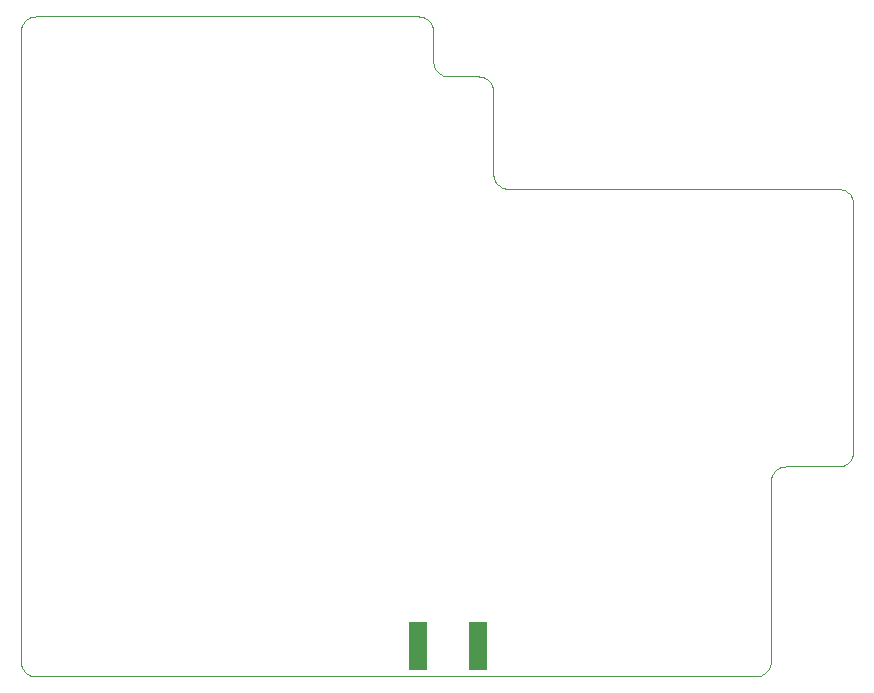
<source format=gbp>
G75*
G70*
%OFA0B0*%
%FSLAX24Y24*%
%IPPOS*%
%LPD*%
%AMOC8*
5,1,8,0,0,1.08239X$1,22.5*
%
%ADD10C,0.0000*%
%ADD11R,0.0600X0.1600*%
D10*
X001680Y001180D02*
X025680Y001180D01*
X025724Y001182D01*
X025767Y001188D01*
X025809Y001197D01*
X025851Y001210D01*
X025891Y001227D01*
X025930Y001247D01*
X025967Y001270D01*
X026001Y001297D01*
X026034Y001326D01*
X026063Y001359D01*
X026090Y001393D01*
X026113Y001430D01*
X026133Y001469D01*
X026150Y001509D01*
X026163Y001551D01*
X026172Y001593D01*
X026178Y001636D01*
X026180Y001680D01*
X026180Y007680D01*
X026182Y007724D01*
X026188Y007767D01*
X026197Y007809D01*
X026210Y007851D01*
X026227Y007891D01*
X026247Y007930D01*
X026270Y007967D01*
X026297Y008001D01*
X026326Y008034D01*
X026359Y008063D01*
X026393Y008090D01*
X026430Y008113D01*
X026469Y008133D01*
X026509Y008150D01*
X026551Y008163D01*
X026593Y008172D01*
X026636Y008178D01*
X026680Y008180D01*
X028430Y008180D01*
X028474Y008182D01*
X028517Y008188D01*
X028559Y008197D01*
X028601Y008210D01*
X028641Y008227D01*
X028680Y008247D01*
X028717Y008270D01*
X028751Y008297D01*
X028784Y008326D01*
X028813Y008359D01*
X028840Y008393D01*
X028863Y008430D01*
X028883Y008469D01*
X028900Y008509D01*
X028913Y008551D01*
X028922Y008593D01*
X028928Y008636D01*
X028930Y008680D01*
X028930Y016930D01*
X028928Y016974D01*
X028922Y017017D01*
X028913Y017059D01*
X028900Y017101D01*
X028883Y017141D01*
X028863Y017180D01*
X028840Y017217D01*
X028813Y017251D01*
X028784Y017284D01*
X028751Y017313D01*
X028717Y017340D01*
X028680Y017363D01*
X028641Y017383D01*
X028601Y017400D01*
X028559Y017413D01*
X028517Y017422D01*
X028474Y017428D01*
X028430Y017430D01*
X017430Y017430D01*
X017386Y017432D01*
X017343Y017438D01*
X017301Y017447D01*
X017259Y017460D01*
X017219Y017477D01*
X017180Y017497D01*
X017143Y017520D01*
X017109Y017547D01*
X017076Y017576D01*
X017047Y017609D01*
X017020Y017643D01*
X016997Y017680D01*
X016977Y017719D01*
X016960Y017759D01*
X016947Y017801D01*
X016938Y017843D01*
X016932Y017886D01*
X016930Y017930D01*
X016930Y020680D01*
X016928Y020724D01*
X016922Y020767D01*
X016913Y020809D01*
X016900Y020851D01*
X016883Y020891D01*
X016863Y020930D01*
X016840Y020967D01*
X016813Y021001D01*
X016784Y021034D01*
X016751Y021063D01*
X016717Y021090D01*
X016680Y021113D01*
X016641Y021133D01*
X016601Y021150D01*
X016559Y021163D01*
X016517Y021172D01*
X016474Y021178D01*
X016430Y021180D01*
X015430Y021180D01*
X015386Y021182D01*
X015343Y021188D01*
X015301Y021197D01*
X015259Y021210D01*
X015219Y021227D01*
X015180Y021247D01*
X015143Y021270D01*
X015109Y021297D01*
X015076Y021326D01*
X015047Y021359D01*
X015020Y021393D01*
X014997Y021430D01*
X014977Y021469D01*
X014960Y021509D01*
X014947Y021551D01*
X014938Y021593D01*
X014932Y021636D01*
X014930Y021680D01*
X014930Y022680D01*
X014928Y022724D01*
X014922Y022767D01*
X014913Y022809D01*
X014900Y022851D01*
X014883Y022891D01*
X014863Y022930D01*
X014840Y022967D01*
X014813Y023001D01*
X014784Y023034D01*
X014751Y023063D01*
X014717Y023090D01*
X014680Y023113D01*
X014641Y023133D01*
X014601Y023150D01*
X014559Y023163D01*
X014517Y023172D01*
X014474Y023178D01*
X014430Y023180D01*
X001680Y023180D01*
X001636Y023178D01*
X001593Y023172D01*
X001551Y023163D01*
X001509Y023150D01*
X001469Y023133D01*
X001430Y023113D01*
X001393Y023090D01*
X001359Y023063D01*
X001326Y023034D01*
X001297Y023001D01*
X001270Y022967D01*
X001247Y022930D01*
X001227Y022891D01*
X001210Y022851D01*
X001197Y022809D01*
X001188Y022767D01*
X001182Y022724D01*
X001180Y022680D01*
X001180Y001680D01*
X001182Y001636D01*
X001188Y001593D01*
X001197Y001551D01*
X001210Y001509D01*
X001227Y001469D01*
X001247Y001430D01*
X001270Y001393D01*
X001297Y001359D01*
X001326Y001326D01*
X001359Y001297D01*
X001393Y001270D01*
X001430Y001247D01*
X001469Y001227D01*
X001509Y001210D01*
X001551Y001197D01*
X001593Y001188D01*
X001636Y001182D01*
X001680Y001180D01*
D11*
X014430Y002180D03*
X016430Y002180D03*
M02*

</source>
